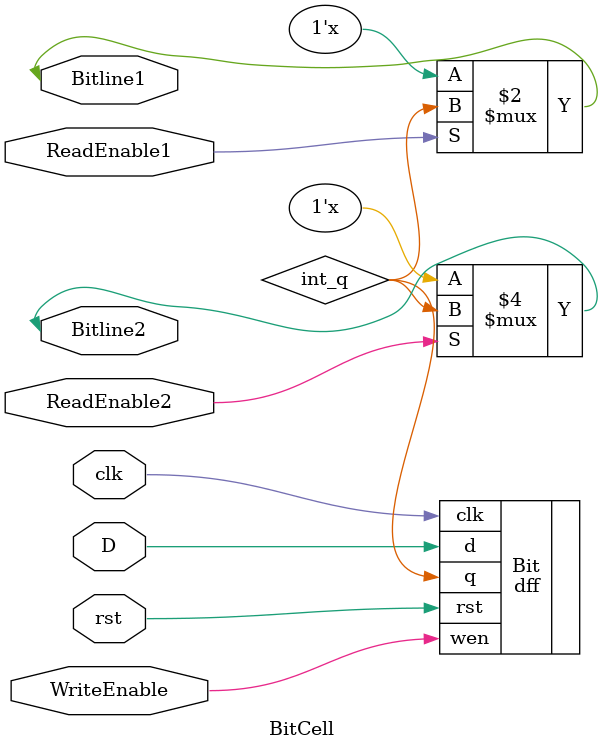
<source format=v>
module BitCell( input clk,  
		input rst, 
		input D, 
		input WriteEnable, 
		input ReadEnable1, 
		input ReadEnable2, 
		inout Bitline1, 
		inout Bitline2); 

	wire int_q; // cant be reg, between different level module connection
	
	dff Bit(.q(int_q), .d(D), .wen(WriteEnable), .clk(clk), .rst(rst));
	assign Bitline1 = (ReadEnable1 == 1)? int_q: 1'bz;
	assign Bitline2 = (ReadEnable2 == 1)? int_q: 1'bz; // not sure
	
endmodule
//module dff (q, d, wen, clk, rst);
</source>
